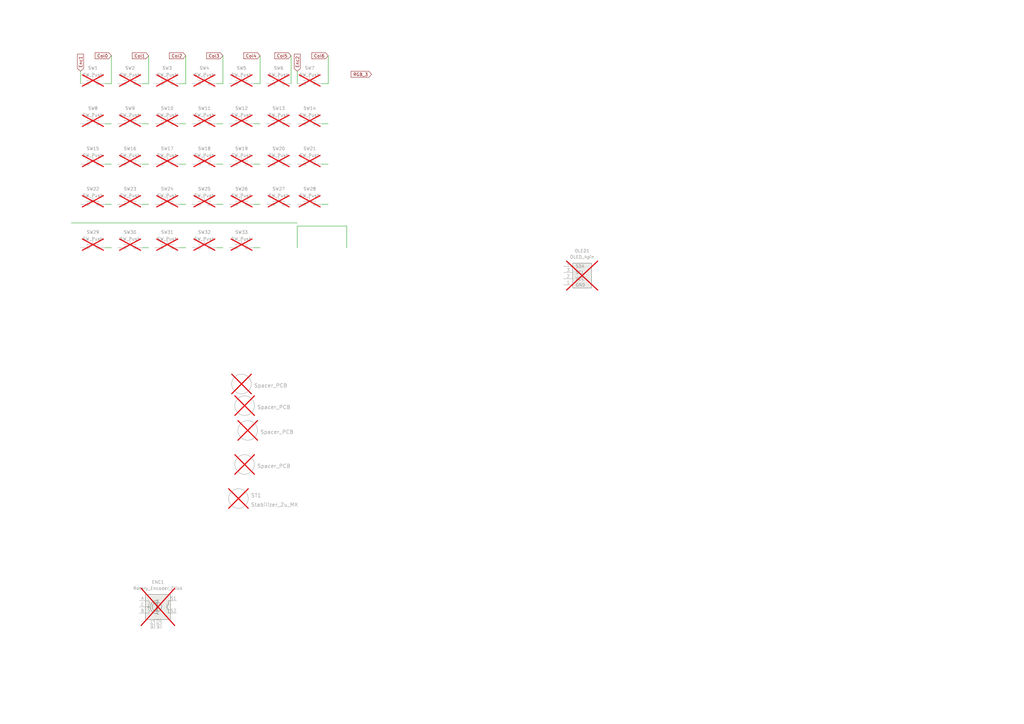
<source format=kicad_sch>
(kicad_sch (version 20231120) (generator "eeschema") (generator_version "8.0")
  (paper "A3")
  (title_block (title "X65 Front") (date "2024-04-05") (rev "v1.10") (company "Tweety's Wild Thinking") (comment 1 "Design: Markus Knutsson <markus.knutsson@tweety.se>") (comment 2 "Concept: Pedro Quaresma <pq@live.ie>") (comment 3 "https://github.com/TweetyDaBird") (comment 4 "Licensed under Creative Commons BY-SA 4.0 International"))
  (lib_symbols
    (symbol "Keyboard Common:OLED_4pin" (pin_names (offset 1.016))
      (property "Reference" "OLED" (at 0 5.08 0))
      (property "Value" "OLED_4pin" (at 0 -7.62 0))
      (symbol "OLED_4pin_1_1"
        (rectangle (start -1.27 3.81) (end 6.35 -6.35) (stroke (width 0.254)) (fill (type background)))
        (pin passive line (at -5.08 2.54 0) (length 3.81) (name "GND") (number "1"))
        (pin passive line (at -5.08 0 0) (length 3.81) (name "VCC") (number "2"))
        (pin passive line (at -5.08 -2.54 0) (length 3.81) (name "SCL") (number "3"))
        (pin passive line (at -5.08 -5.08 0) (length 3.81) (name "SDA") (number "4"))
      )
    )
    (symbol "Keyboard Switches:Rotary_Encoder_Click" (pin_names (offset 0.254) hide)
      (property "Reference" "ENC" (at 0 6.604 0))
      (property "Value" "Rotary_Encoder_Click" (at 0 8.89 0))
      (symbol "Rotary_Encoder_Click_0_1"
        (rectangle (start -5.08 5.08) (end 5.08 -5.08) (stroke (width 0.254)) (fill (type background)))
        (circle (center -3.81 0) (radius 0.254) (fill (type outline)))
        (circle (center -0.381 0) (radius 1.905) (stroke (width 0.254)))
        (arc (start -0.381 2.667) (mid -3.0988 -0.0635) (end -0.381 -2.794) (stroke (width 0.254)))
        (polyline (pts (xy -0.635 -1.778) (xy -0.635 1.778)) (stroke (width 0.254)))
        (polyline (pts (xy -0.381 -1.778) (xy -0.381 1.778)) (stroke (width 0.254)))
        (polyline (pts (xy -0.127 1.778) (xy -0.127 -1.778)) (stroke (width 0.254)))
        (polyline (pts (xy 3.81 0) (xy 3.429 0)) (stroke (width 0.254)))
        (polyline (pts (xy 3.81 1.016) (xy 3.81 -1.016)) (stroke (width 0.254)))
        (polyline (pts (xy -5.08 -2.54) (xy -3.81 -2.54) (xy -3.81 -2.032)))
        (polyline (pts (xy -5.08 2.54) (xy -3.81 2.54) (xy -3.81 2.032)))
        (polyline (pts (xy 0.254 -3.048) (xy -0.508 -2.794) (xy 0.127 -2.413)) (stroke (width 0.254)))
        (polyline (pts (xy 0.254 2.921) (xy -0.508 2.667) (xy 0.127 2.286)) (stroke (width 0.254)))
        (polyline (pts (xy 5.08 -2.54) (xy 4.318 -2.54) (xy 4.318 -1.016)) (stroke (width 0.254)))
        (polyline (pts (xy 5.08 2.54) (xy 4.318 2.54) (xy 4.318 1.016)) (stroke (width 0.254)))
        (polyline (pts (xy -5.08 0) (xy -3.81 0) (xy -3.81 -1.016) (xy -3.302 -2.032)))
        (polyline (pts (xy -4.318 0) (xy -3.81 0) (xy -3.81 1.016) (xy -3.302 2.032)))
        (circle (center 4.318 -1.016) (radius 0.127) (stroke (width 0.254)))
        (circle (center 4.318 1.016) (radius 0.127) (stroke (width 0.254)))
      )
      (symbol "Rotary_Encoder_Click_1_1"
        (pin passive line (at -7.62 2.54 0) (length 2.54) (name "A") (number "A"))
        (pin passive line (at -7.62 -2.54 0) (length 2.54) (name "B") (number "B"))
        (pin passive line (at -7.62 0 0) (length 2.54) (name "C") (number "C"))
        (pin power_in line (at -1.27 -8.89 90) (length 3.7084) (name "GND") (number "MP1"))
        (pin power_in line (at 1.27 -8.89 90) (length 3.7592) (name "GND") (number "MP2"))
        (pin passive line (at 7.62 2.54 180) (length 2.54) (name "S1") (number "S1"))
        (pin passive line (at 7.62 -2.54 180) (length 2.54) (name "S2") (number "S2"))
      )
    )
    (symbol "Keyboard Switches:SW_MX_HotSwap_Reversible" (pin_numbers hide) (pin_names (offset 1.016) hide)
      (property "Reference" "SW" (at 1.27 2.54 0))
      (property "Value" "SW_MX_HotSwap_Reversible" (at 0 -1.524 0))
      (symbol "SW_MX_HotSwap_Reversible_0_1"
        (circle (center -2.032 0) (radius 0.508))
        (polyline (pts (xy 0 1.27) (xy 0 3.048)))
        (polyline (pts (xy 2.54 1.27) (xy -2.54 1.27)))
        (circle (center 2.032 0) (radius 0.508))
        (pin passive line (at -5.08 0 0) (length 2.54) (name "1") (number "1"))
        (pin passive line (at 5.08 0 180) (length 2.54) (name "2") (number "2"))
      )
    )
    (symbol "Keyboard Switches:Stabilizer_2u_MX" (pin_names (offset 1.016))
      (property "Reference" "ST1" (at 0 -1.27 0))
      (property "Value" "Stabilizer_2u_MX" (at 0 1.27 0))
      (symbol "Stabilizer_2u_MX_0_1"
        (circle (center 0 0) (radius 4.0132))
      )
    )
    (symbol "Keyboard_Plate:Spacer_PCB" (pin_names (offset 1.016))
      (property "Value" "Spacer_PCB" (at 0 1.27 0))
      (symbol "Spacer_PCB_0_1"
        (circle (center 0 0) (radius 4.0132))
      )
    )
  )
  (wire (pts (xy 132.08 34.29) (xy 134.62 34.29)))
  (wire (pts (xy 33.02 29.21) (xy 33.02 34.29)))
  (wire (pts (xy 45.72 22.86) (xy 45.72 34.29)))
  (wire (pts (xy 142.24 92.71) (xy 142.24 101.6)))
  (wire (pts (xy 73.66 83.82) (xy 76.2 83.82)))
  (wire (pts (xy 73.66 34.29) (xy 76.2 34.29)))
  (wire (pts (xy 58.42 83.82) (xy 60.96 83.82)))
  (wire (pts (xy 43.18 101.6) (xy 45.72 101.6)))
  (wire (pts (xy 58.42 50.8) (xy 60.96 50.8)))
  (wire (pts (xy 88.9 83.82) (xy 91.44 83.82)))
  (wire (pts (xy 106.68 22.86) (xy 106.68 34.29)))
  (wire (pts (xy 88.9 67.31) (xy 91.44 67.31)))
  (wire (pts (xy 43.18 83.82) (xy 45.72 83.82)))
  (wire (pts (xy 132.08 50.8) (xy 134.62 50.8)))
  (wire (pts (xy 119.38 22.86) (xy 119.38 34.29)))
  (wire (pts (xy 73.66 67.31) (xy 76.2 67.31)))
  (wire (pts (xy 121.92 92.71) (xy 142.24 92.71)))
  (wire (pts (xy 76.2 22.86) (xy 76.2 34.29)))
  (wire (pts (xy 73.66 50.8) (xy 76.2 50.8)))
  (wire (pts (xy 104.14 50.8) (xy 106.68 50.8)))
  (wire (pts (xy 88.9 50.8) (xy 91.44 50.8)))
  (wire (pts (xy 58.42 67.31) (xy 60.96 67.31)))
  (wire (pts (xy 88.9 34.29) (xy 91.44 34.29)))
  (wire (pts (xy 104.14 83.82) (xy 106.68 83.82)))
  (wire (pts (xy 29.21 91.44) (xy 121.92 91.44)))
  (wire (pts (xy 132.08 67.31) (xy 134.62 67.31)))
  (wire (pts (xy 104.14 101.6) (xy 106.68 101.6)))
  (wire (pts (xy 104.14 67.31) (xy 106.68 67.31)))
  (wire (pts (xy 60.96 22.86) (xy 60.96 34.29)))
  (wire (pts (xy 76.2 101.6) (xy 73.66 101.6)))
  (wire (pts (xy 104.14 34.29) (xy 106.68 34.29)))
  (wire (pts (xy 43.18 67.31) (xy 45.72 67.31)))
  (wire (pts (xy 43.18 50.8) (xy 45.72 50.8)))
  (wire (pts (xy 132.08 83.82) (xy 134.62 83.82)))
  (wire (pts (xy 91.44 22.86) (xy 91.44 34.29)))
  (wire (pts (xy 58.42 101.6) (xy 60.96 101.6)))
  (wire (pts (xy 91.44 101.6) (xy 88.9 101.6)))
  (wire (pts (xy 121.92 29.21) (xy 121.92 34.29)))
  (wire (pts (xy 134.62 22.86) (xy 134.62 34.29)))
  (wire (pts (xy 121.92 101.6) (xy 121.92 92.71)))
  (wire (pts (xy 58.42 34.29) (xy 60.96 34.29)))
  (wire (pts (xy 43.18 34.29) (xy 45.72 34.29)))
  (global_label "Col4" (shape input) (at 106.68 22.86 180) (property "Intersheetrefs" "${INTERSHEET_REFS}" (effects (hide yes))))
  (global_label "Enc2" (shape input) (at 121.92 29.21 90) (property "Intersheetrefs" "${INTERSHEET_REFS}" (effects (hide yes))))
  (global_label "Enc1" (shape input) (at 33.02 29.21 90) (property "Intersheetrefs" "${INTERSHEET_REFS}" (effects (hide yes))))
  (global_label "Col3" (shape input) (at 91.44 22.86 180) (property "Intersheetrefs" "${INTERSHEET_REFS}" (effects (hide yes))))
  (global_label "Col6" (shape input) (at 134.62 22.86 180) (property "Intersheetrefs" "${INTERSHEET_REFS}" (effects (hide yes))))
  (global_label "Col2" (shape input) (at 76.2 22.86 180) (property "Intersheetrefs" "${INTERSHEET_REFS}" (effects (hide yes))))
  (global_label "Col5" (shape input) (at 119.38 22.86 180) (property "Intersheetrefs" "${INTERSHEET_REFS}" (effects (hide yes))))
  (global_label "Col0" (shape input) (at 45.72 22.86 180) (property "Intersheetrefs" "${INTERSHEET_REFS}" (effects (hide yes))))
  (global_label "Col1" (shape input) (at 60.96 22.86 180) (property "Intersheetrefs" "${INTERSHEET_REFS}" (effects (hide yes))))
  (global_label "RGB_3" (shape input) (at 152.4 30.48 180) (property "Intersheetrefs" "${INTERSHEET_REFS}" (effects (hide yes))))
  (symbol (lib_id "Keyboard Switches:SW_MX_HotSwap_Reversible") (at 83.82 83.82 0) (unit 1) (dnp yes)
    (property "Reference" "SW25" (at 83.82 77.4405 0))
    (property "Value" "SW_Push" (at 83.82 80.2156 0))
    (property "Footprint" "Keyboard_Plate:SW_MX_Plate_Placeholder_nodrill_NOBORDER_13,9" (effects (hide yes)))
  )
  (symbol (lib_id "Keyboard Switches:SW_MX_HotSwap_Reversible") (at 53.34 67.31 0) (unit 1) (dnp yes)
    (property "Reference" "SW16" (at 53.34 60.9305 0))
    (property "Value" "SW_Push" (at 53.34 63.7056 0))
    (property "Footprint" "Keyboard_Plate:SW_MX_Plate_Placeholder_nodrill_NOBORDER_13,9" (effects (hide yes)))
  )
  (symbol (lib_id "Keyboard Switches:Stabilizer_2u_MX") (at 97.79 204.47 0) (unit 1) (dnp yes)
    (property "Reference" "ST1" (at 102.87 203.2 0) (effects (font (size 1.524 1.524)) (justify left)))
    (property "Value" "Stabilizer_2u_MX" (at 102.87 207.01 0) (effects (font (size 1.524 1.524)) (justify left)))
    (property "Footprint" "Keyboard_Plate:Stabilizer_Cherry_MX_2.00u_PLate_1_2" (effects (hide yes)))
  )
  (symbol (lib_id "Keyboard Switches:SW_MX_HotSwap_Reversible") (at 68.58 83.82 0) (unit 1) (dnp yes)
    (property "Reference" "SW24" (at 68.58 77.4405 0))
    (property "Value" "SW_Push" (at 68.58 80.2156 0))
    (property "Footprint" "Keyboard_Plate:SW_MX_Plate_Placeholder_nodrill_NOBORDER_13,9" (effects (hide yes)))
  )
  (symbol (lib_id "Keyboard Switches:SW_MX_HotSwap_Reversible") (at 127 83.82 0) (unit 1) (dnp yes)
    (property "Reference" "SW28" (at 127 77.4405 0))
    (property "Value" "SW_Push" (at 127 80.2156 0))
    (property "Footprint" "Keyboard_Plate:SW_MX_Plate_Placeholder_nodrill_NOBORDER_13,9" (effects (hide yes)))
  )
  (symbol (lib_id "Keyboard Switches:SW_MX_HotSwap_Reversible") (at 114.3 67.31 0) (unit 1) (dnp yes)
    (property "Reference" "SW20" (at 114.3 60.9305 0))
    (property "Value" "SW_Push" (at 114.3 63.7056 0))
    (property "Footprint" "Keyboard_Plate:SW_MX_Plate_Placeholder_nodrill_NOBORDER_13,9" (effects (hide yes)))
  )
  (symbol (lib_id "Keyboard Switches:SW_MX_HotSwap_Reversible") (at 38.1 50.8 0) (mirror y) (unit 1) (dnp yes)
    (property "Reference" "SW8" (at 38.1 44.4205 0))
    (property "Value" "SW_Push" (at 38.1 47.1956 0))
    (property "Footprint" "Keyboard_Plate:SW_MX_Plate_Placeholder_nodrill_NOBORDER_13,9" (effects (hide yes)))
  )
  (symbol (lib_id "Keyboard Switches:SW_MX_HotSwap_Reversible") (at 38.1 67.31 0) (mirror y) (unit 1) (dnp yes)
    (property "Reference" "SW15" (at 38.1 60.9305 0))
    (property "Value" "SW_Push" (at 38.1 63.7056 0))
    (property "Footprint" "Keyboard_Plate:SW_MX_Plate_Placeholder_nodrill_NOBORDER_13,9" (effects (hide yes)))
  )
  (symbol (lib_id "Keyboard Switches:SW_MX_HotSwap_Reversible") (at 53.34 34.29 0) (unit 1) (dnp yes)
    (property "Reference" "SW2" (at 53.34 27.9105 0))
    (property "Value" "SW_Push" (at 53.34 30.6856 0))
    (property "Footprint" "Keyboard_Plate:SW_MX_Plate_Placeholder_nodrill_NOBORDER_13,9" (effects (hide yes)))
  )
  (symbol (lib_id "Keyboard Switches:SW_MX_HotSwap_Reversible") (at 83.82 50.8 0) (unit 1) (dnp yes)
    (property "Reference" "SW11" (at 83.82 44.4205 0))
    (property "Value" "SW_Push" (at 83.82 47.1956 0))
    (property "Footprint" "Keyboard_Plate:SW_MX_Plate_Placeholder_nodrill_NOBORDER_13,9" (effects (hide yes)))
  )
  (symbol (lib_id "Keyboard_Plate:Spacer_PCB") (at 100.33 190.5 0) (unit 1) (dnp yes)
    (property "Reference" "H1" (effects (hide yes)))
    (property "Value" "Spacer_PCB" (at 105.41 191.135 0) (effects (font (size 1.524 1.524)) (justify left)))
    (property "Footprint" "Keyboard_Plate:Spacer Plate hole" (effects (hide yes)))
  )
  (symbol (lib_id "Keyboard Switches:SW_MX_HotSwap_Reversible") (at 68.58 101.6 0) (unit 1) (dnp yes)
    (property "Reference" "SW31" (at 68.58 95.2205 0))
    (property "Value" "SW_Push" (at 68.58 97.9956 0))
    (property "Footprint" "Keyboard_Plate:SW_MX_Plate_Placeholder_nodrill_NOBORDER_13,9" (effects (hide yes)))
  )
  (symbol (lib_id "Keyboard_Plate:Spacer_PCB") (at 99.06 157.48 0) (unit 1) (dnp yes)
    (property "Reference" "H2" (effects (hide yes)))
    (property "Value" "Spacer_PCB" (at 104.14 158.115 0) (effects (font (size 1.524 1.524)) (justify left)))
    (property "Footprint" "Keyboard_Plate:Spacer Plate hole" (effects (hide yes)))
  )
  (symbol (lib_id "Keyboard Switches:SW_MX_HotSwap_Reversible") (at 53.34 101.6 0) (unit 1) (dnp yes)
    (property "Reference" "SW30" (at 53.34 95.2205 0))
    (property "Value" "SW_Push" (at 53.34 97.9956 0))
    (property "Footprint" "Keyboard_Plate:SW_MX_Plate_Placeholder_nodrill_NOBORDER_13,9" (effects (hide yes)))
  )
  (symbol (lib_id "Keyboard Switches:SW_MX_HotSwap_Reversible") (at 99.06 50.8 0) (unit 1) (dnp yes)
    (property "Reference" "SW12" (at 99.06 44.4205 0))
    (property "Value" "SW_Push" (at 99.06 47.1956 0))
    (property "Footprint" "Keyboard_Plate:SW_MX_Plate_Placeholder_nodrill_NOBORDER_13,9" (effects (hide yes)))
  )
  (symbol (lib_id "Keyboard Switches:SW_MX_HotSwap_Reversible") (at 83.82 101.6 0) (unit 1) (dnp yes)
    (property "Reference" "SW32" (at 83.82 95.2205 0))
    (property "Value" "SW_Push" (at 83.82 97.9956 0))
    (property "Footprint" "Keyboard_Plate:SW_MX_Plate_Placeholder_nodrill_NOBORDER_13,9" (effects (hide yes)))
  )
  (symbol (lib_id "Keyboard Switches:SW_MX_HotSwap_Reversible") (at 68.58 50.8 0) (unit 1) (dnp yes)
    (property "Reference" "SW10" (at 68.58 44.4205 0))
    (property "Value" "SW_Push" (at 68.58 47.1956 0))
    (property "Footprint" "Keyboard_Plate:SW_MX_Plate_Placeholder_nodrill_NOBORDER_13,9" (effects (hide yes)))
  )
  (symbol (lib_id "Keyboard_Plate:Spacer_PCB") (at 100.33 166.37 0) (unit 1) (dnp yes)
    (property "Reference" "H3" (effects (hide yes)))
    (property "Value" "Spacer_PCB" (at 105.41 167.005 0) (effects (font (size 1.524 1.524)) (justify left)))
    (property "Footprint" "Keyboard_Plate:Spacer Plate hole" (effects (hide yes)))
  )
  (symbol (lib_id "Keyboard Switches:SW_MX_HotSwap_Reversible") (at 114.3 83.82 0) (unit 1) (dnp yes)
    (property "Reference" "SW27" (at 114.3 77.4405 0))
    (property "Value" "SW_Push" (at 114.3 80.2156 0))
    (property "Footprint" "Keyboard_Plate:SW_MX_Plate_Placeholder_nodrill_NOBORDER_13,9" (effects (hide yes)))
  )
  (symbol (lib_id "Keyboard Switches:SW_MX_HotSwap_Reversible") (at 83.82 34.29 0) (unit 1) (dnp yes)
    (property "Reference" "SW4" (at 83.82 27.9105 0))
    (property "Value" "SW_Push" (at 83.82 30.6856 0))
    (property "Footprint" "Keyboard_Plate:SW_MX_Plate_Placeholder_nodrill_NOBORDER_13,9" (effects (hide yes)))
  )
  (symbol (lib_id "Keyboard Switches:SW_MX_HotSwap_Reversible") (at 99.06 67.31 0) (unit 1) (dnp yes)
    (property "Reference" "SW19" (at 99.06 60.9305 0))
    (property "Value" "SW_Push" (at 99.06 63.7056 0))
    (property "Footprint" "Keyboard_Plate:SW_MX_Plate_Placeholder_nodrill_NOBORDER_13,9" (effects (hide yes)))
  )
  (symbol (lib_id "Keyboard Common:OLED_4pin") (at 236.22 114.3 0) (mirror x) (unit 1) (dnp yes)
    (property "Reference" "OLED1" (at 238.76 102.87 0))
    (property "Value" "OLED_4pin" (at 238.76 105.41 0))
    (property "Footprint" "Keyboard_Plate:OLED Placeholder" (effects (hide yes)))
  )
  (symbol (lib_id "Keyboard Switches:Rotary_Encoder_Click") (at 64.77 248.92 0) (unit 1) (dnp yes)
    (property "Reference" "ENC1" (at 64.77 238.76 0))
    (property "Value" "Rotary_Encoder_Click" (at 64.77 241.3 0))
    (property "Footprint" "Keyboard Encoders:Encoder_Plate_Placeholder_nodrill" (effects (hide yes)))
  )
  (symbol (lib_id "Keyboard Switches:SW_MX_HotSwap_Reversible") (at 127 34.29 0) (unit 1) (dnp yes)
    (property "Reference" "SW7" (at 127 27.9105 0))
    (property "Value" "SW_Push" (at 127 30.6856 0))
    (property "Footprint" "Keyboard_Plate:SW_MX_Plate_Placeholder_nodrill_NOBORDER_13,9" (effects (hide yes)))
  )
  (symbol (lib_id "Keyboard Switches:SW_MX_HotSwap_Reversible") (at 114.3 50.8 0) (unit 1) (dnp yes)
    (property "Reference" "SW13" (at 114.3 44.4205 0))
    (property "Value" "SW_Push" (at 114.3 47.1956 0))
    (property "Footprint" "Keyboard_Plate:SW_MX_Plate_Placeholder_nodrill_NOBORDER_13,9" (effects (hide yes)))
  )
  (symbol (lib_id "Keyboard Switches:SW_MX_HotSwap_Reversible") (at 53.34 83.82 0) (unit 1) (dnp yes)
    (property "Reference" "SW23" (at 53.34 77.4405 0))
    (property "Value" "SW_Push" (at 53.34 80.2156 0))
    (property "Footprint" "Keyboard_Plate:SW_MX_Plate_Placeholder_nodrill_NOBORDER_13,9" (effects (hide yes)))
  )
  (symbol (lib_id "Keyboard Switches:SW_MX_HotSwap_Reversible") (at 53.34 50.8 0) (unit 1) (dnp yes)
    (property "Reference" "SW9" (at 53.34 44.4205 0))
    (property "Value" "SW_Push" (at 53.34 47.1956 0))
    (property "Footprint" "Keyboard_Plate:SW_MX_Plate_Placeholder_nodrill_NOBORDER_13,9" (effects (hide yes)))
  )
  (symbol (lib_id "Keyboard Switches:SW_MX_HotSwap_Reversible") (at 83.82 67.31 0) (unit 1) (dnp yes)
    (property "Reference" "SW18" (at 83.82 60.9305 0))
    (property "Value" "SW_Push" (at 83.82 63.7056 0))
    (property "Footprint" "Keyboard_Plate:SW_MX_Plate_Placeholder_nodrill_NOBORDER_13,9" (effects (hide yes)))
  )
  (symbol (lib_id "Keyboard Switches:SW_MX_HotSwap_Reversible") (at 99.06 101.6 0) (unit 1) (dnp yes)
    (property "Reference" "SW33" (at 99.06 95.2205 0))
    (property "Value" "SW_Push" (at 99.06 97.9956 0))
    (property "Footprint" "Keyboard_Plate:SW_MX_Plate_Placeholder_nodrill_NOBORDER_13,9" (effects (hide yes)))
  )
  (symbol (lib_id "Keyboard_Plate:Spacer_PCB") (at 101.6 176.53 0) (unit 1) (dnp yes)
    (property "Reference" "H4" (effects (hide yes)))
    (property "Value" "Spacer_PCB" (at 106.68 177.165 0) (effects (font (size 1.524 1.524)) (justify left)))
    (property "Footprint" "Keyboard_Plate:Spacer Plate hole" (effects (hide yes)))
  )
  (symbol (lib_id "Keyboard Switches:SW_MX_HotSwap_Reversible") (at 38.1 101.6 0) (mirror y) (unit 1) (dnp yes)
    (property "Reference" "SW29" (at 38.1 95.2205 0))
    (property "Value" "SW_Push" (at 38.1 97.9956 0))
    (property "Footprint" "Keyboard_Plate:SW_MX_Plate_Placeholder_nodrill_NOBORDER_13,9" (effects (hide yes)))
  )
  (symbol (lib_id "Keyboard Switches:SW_MX_HotSwap_Reversible") (at 68.58 67.31 0) (unit 1) (dnp yes)
    (property "Reference" "SW17" (at 68.58 60.9305 0))
    (property "Value" "SW_Push" (at 68.58 63.7056 0))
    (property "Footprint" "Keyboard_Plate:SW_MX_Plate_Placeholder_nodrill_NOBORDER_13,9" (effects (hide yes)))
  )
  (symbol (lib_id "Keyboard Switches:SW_MX_HotSwap_Reversible") (at 99.06 34.29 0) (unit 1) (dnp yes)
    (property "Reference" "SW5" (at 99.06 27.9105 0))
    (property "Value" "SW_Push" (at 99.06 30.6856 0))
    (property "Footprint" "Keyboard_Plate:SW_MX_Plate_Placeholder_nodrill_NOBORDER_13,9" (effects (hide yes)))
  )
  (symbol (lib_id "Keyboard Switches:SW_MX_HotSwap_Reversible") (at 68.58 34.29 0) (unit 1) (dnp yes)
    (property "Reference" "SW3" (at 68.58 27.9105 0))
    (property "Value" "SW_Push" (at 68.58 30.6856 0))
    (property "Footprint" "Keyboard_Plate:SW_MX_Plate_Placeholder_nodrill_NOBORDER_13,9" (effects (hide yes)))
  )
  (symbol (lib_id "Keyboard Switches:SW_MX_HotSwap_Reversible") (at 38.1 34.29 0) (mirror y) (unit 1) (dnp yes)
    (property "Reference" "SW1" (at 38.1 27.9105 0))
    (property "Value" "SW_Push" (at 38.1 30.6856 0))
    (property "Footprint" "Keyboard_Plate:SW_MX_Plate_Placeholder_nodrill_NOBORDER_13,9" (effects (hide yes)))
  )
  (symbol (lib_id "Keyboard Switches:SW_MX_HotSwap_Reversible") (at 114.3 34.29 0) (unit 1) (dnp yes)
    (property "Reference" "SW6" (at 114.3 27.9105 0))
    (property "Value" "SW_Push" (at 114.3 30.6856 0))
    (property "Footprint" "Keyboard_Plate:SW_MX_Plate_Placeholder_nodrill_NOBORDER_13,9" (effects (hide yes)))
  )
  (symbol (lib_id "Keyboard Switches:SW_MX_HotSwap_Reversible") (at 127 50.8 0) (unit 1) (dnp yes)
    (property "Reference" "SW14" (at 127 44.4205 0))
    (property "Value" "SW_Push" (at 127 47.1956 0))
    (property "Footprint" "Keyboard_Plate:SW_MX_Plate_Placeholder_nodrill_NOBORDER_13,9" (effects (hide yes)))
  )
  (symbol (lib_id "Keyboard Switches:SW_MX_HotSwap_Reversible") (at 99.06 83.82 0) (unit 1) (dnp yes)
    (property "Reference" "SW26" (at 99.06 77.4405 0))
    (property "Value" "SW_Push" (at 99.06 80.2156 0))
    (property "Footprint" "Keyboard_Plate:SW_MX_Plate_Placeholder_nodrill_NOBORDER_13,9" (effects (hide yes)))
  )
  (symbol (lib_id "Keyboard Switches:SW_MX_HotSwap_Reversible") (at 38.1 83.82 0) (mirror y) (unit 1) (dnp yes)
    (property "Reference" "SW22" (at 38.1 77.4405 0))
    (property "Value" "SW_Push" (at 38.1 80.2156 0))
    (property "Footprint" "Keyboard_Plate:SW_MX_Plate_Placeholder_nodrill_NOBORDER_13,9" (effects (hide yes)))
  )
  (symbol (lib_id "Keyboard Switches:SW_MX_HotSwap_Reversible") (at 127 67.31 0) (unit 1) (dnp yes)
    (property "Reference" "SW21" (at 127 60.9305 0))
    (property "Value" "SW_Push" (at 127 63.7056 0))
    (property "Footprint" "Keyboard_Plate:SW_MX_Plate_Placeholder_nodrill_NOBORDER_13,9" (effects (hide yes)))
  )
)
</source>
